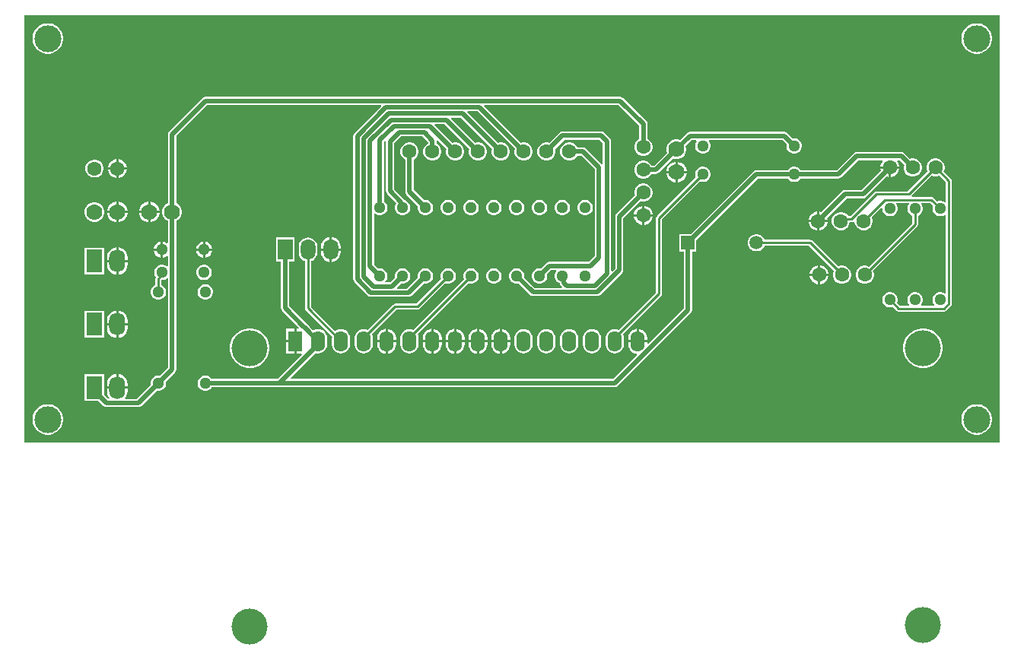
<source format=gbl>
G04*
G04 #@! TF.GenerationSoftware,Altium Limited,Altium Designer,21.9.2 (33)*
G04*
G04 Layer_Physical_Order=2*
G04 Layer_Color=16711680*
%FSTAX24Y24*%
%MOIN*%
G70*
G04*
G04 #@! TF.SameCoordinates,A68203B9-CA12-4FF3-9F36-A0A22A6ADD5B*
G04*
G04*
G04 #@! TF.FilePolarity,Positive*
G04*
G01*
G75*
%ADD13C,0.0100*%
%ADD24C,0.0591*%
%ADD33C,0.0197*%
%ADD35C,0.0630*%
%ADD36C,0.1181*%
%ADD37C,0.0512*%
%ADD38R,0.0700X0.1000*%
%ADD39O,0.0700X0.1000*%
%ADD40C,0.0700*%
%ADD41R,0.0591X0.0591*%
%ADD42R,0.0650X0.0900*%
%ADD43O,0.0650X0.0900*%
%ADD44C,0.1575*%
%ADD45R,0.0620X0.0900*%
%ADD46O,0.0620X0.0900*%
G36*
X063474Y010731D02*
X020727D01*
X020727Y029463D01*
X063474D01*
Y010731D01*
D02*
G37*
%LPC*%
G36*
X062516Y029124D02*
X062384D01*
X062255Y029098D01*
X062133Y029047D01*
X062023Y028974D01*
X06193Y028881D01*
X061857Y028771D01*
X061806Y02865D01*
X061781Y02852D01*
Y028388D01*
X061806Y028259D01*
X061857Y028137D01*
X06193Y028028D01*
X062023Y027934D01*
X062133Y027861D01*
X062255Y027811D01*
X062384Y027785D01*
X062516D01*
X062645Y027811D01*
X062767Y027861D01*
X062877Y027934D01*
X06297Y028028D01*
X063043Y028137D01*
X063094Y028259D01*
X063119Y028388D01*
Y02852D01*
X063094Y02865D01*
X063043Y028771D01*
X06297Y028881D01*
X062877Y028974D01*
X062767Y029047D01*
X062645Y029098D01*
X062516Y029124D01*
D02*
G37*
G36*
X021816D02*
X021684D01*
X021555Y029098D01*
X021433Y029047D01*
X021323Y028974D01*
X02123Y028881D01*
X021157Y028771D01*
X021106Y02865D01*
X021081Y02852D01*
Y028388D01*
X021106Y028259D01*
X021157Y028137D01*
X02123Y028028D01*
X021323Y027934D01*
X021433Y027861D01*
X021555Y027811D01*
X021684Y027785D01*
X021816D01*
X021945Y027811D01*
X022067Y027861D01*
X022177Y027934D01*
X02227Y028028D01*
X022343Y028137D01*
X022394Y028259D01*
X022419Y028388D01*
Y02852D01*
X022394Y02865D01*
X022343Y028771D01*
X02227Y028881D01*
X022177Y028974D01*
X022067Y029047D01*
X021945Y029098D01*
X021816Y029124D01*
D02*
G37*
G36*
X054017Y024364D02*
X049883D01*
X049814Y02435D01*
X049755Y024311D01*
X049449Y024004D01*
X049356Y024029D01*
X049244D01*
X049135Y024D01*
X049037Y023943D01*
X048957Y023863D01*
X0489Y023765D01*
X048871Y023656D01*
Y023544D01*
X048896Y023451D01*
X04833Y022885D01*
X0482D01*
X048165Y022946D01*
X048092Y023019D01*
X048002Y023071D01*
X047902Y023098D01*
X047798D01*
X047698Y023071D01*
X047608Y023019D01*
X047535Y022946D01*
X047483Y022856D01*
X047456Y022756D01*
Y022653D01*
X047483Y022552D01*
X047535Y022463D01*
X047608Y022389D01*
X047698Y022337D01*
X047798Y022311D01*
X047902D01*
X048002Y022337D01*
X048092Y022389D01*
X048165Y022463D01*
X0482Y022524D01*
X048404D01*
X048473Y022537D01*
X048532Y022577D01*
X049151Y023196D01*
X049244Y023171D01*
X049356D01*
X049465Y0232D01*
X049563Y023257D01*
X049643Y023337D01*
X0497Y023435D01*
X049729Y023544D01*
Y023656D01*
X049704Y023749D01*
X049958Y024002D01*
X050164D01*
X050174Y023979D01*
X05018Y023952D01*
X050138Y023879D01*
X050115Y023794D01*
Y023706D01*
X050138Y023621D01*
X050182Y023545D01*
X050245Y023482D01*
X050321Y023438D01*
X050406Y023415D01*
X050494D01*
X050579Y023438D01*
X050655Y023482D01*
X050718Y023545D01*
X050762Y023621D01*
X050785Y023706D01*
Y023794D01*
X050762Y023879D01*
X05072Y023952D01*
X050726Y023979D01*
X050736Y024002D01*
X053942D01*
X054123Y023822D01*
X054115Y023794D01*
Y023706D01*
X054138Y023621D01*
X054182Y023545D01*
X054245Y023482D01*
X054321Y023438D01*
X054406Y023415D01*
X054494D01*
X054579Y023438D01*
X054655Y023482D01*
X054718Y023545D01*
X054762Y023621D01*
X054785Y023706D01*
Y023794D01*
X054762Y023879D01*
X054718Y023955D01*
X054655Y024018D01*
X054579Y024062D01*
X054494Y024085D01*
X054406D01*
X054378Y024077D01*
X054145Y024311D01*
X054086Y02435D01*
X054017Y024364D01*
D02*
G37*
G36*
X046837Y025898D02*
X028663D01*
X028594Y025885D01*
X028536Y025846D01*
X027072Y024382D01*
X027033Y024323D01*
X027019Y024254D01*
Y021241D01*
X026937Y021193D01*
X026857Y021113D01*
X0268Y021015D01*
X026771Y020906D01*
Y020794D01*
X0268Y020685D01*
X026857Y020587D01*
X026937Y020507D01*
X027019Y020459D01*
Y019499D01*
X026973Y01948D01*
X026969Y019485D01*
X026887Y019532D01*
X0268Y019555D01*
Y0192D01*
Y018845D01*
X026887Y018868D01*
X026969Y018915D01*
X026973Y01892D01*
X027019Y018901D01*
Y018475D01*
X026969Y018454D01*
X026955Y018468D01*
X026879Y018512D01*
X026794Y018535D01*
X026706D01*
X026621Y018512D01*
X026545Y018468D01*
X026482Y018405D01*
X026438Y018329D01*
X026415Y018244D01*
Y018156D01*
X026438Y018071D01*
X026482Y017995D01*
X026482Y017994D01*
X026479Y017989D01*
X026469Y017939D01*
Y017661D01*
X026395Y017618D01*
X026332Y017555D01*
X026288Y017479D01*
X026265Y017394D01*
Y017306D01*
X026288Y017221D01*
X026332Y017145D01*
X026395Y017082D01*
X026471Y017038D01*
X026556Y017015D01*
X026644D01*
X026729Y017038D01*
X026805Y017082D01*
X026868Y017145D01*
X026912Y017221D01*
X026935Y017306D01*
Y017394D01*
X026912Y017479D01*
X026868Y017555D01*
X026805Y017618D01*
X026731Y017661D01*
Y017865D01*
X026794D01*
X026879Y017888D01*
X026955Y017932D01*
X026969Y017946D01*
X027019Y017925D01*
Y014025D01*
X026672Y013677D01*
X026644Y013685D01*
X026556D01*
X026471Y013662D01*
X026395Y013618D01*
X026332Y013555D01*
X026288Y013479D01*
X026265Y013394D01*
Y013306D01*
X026273Y013278D01*
X025648Y012653D01*
X025164D01*
X02514Y012703D01*
X025193Y012773D01*
X025238Y012883D01*
X025254Y013D01*
Y0131D01*
X024346D01*
Y013D01*
X024362Y012883D01*
X024407Y012773D01*
X024449Y012718D01*
X024427Y012669D01*
X02439Y012665D01*
X024229Y012827D01*
Y013729D01*
X023371D01*
Y012571D01*
X023973D01*
X024199Y012345D01*
X024258Y012306D01*
X024327Y012292D01*
X025723D01*
X025792Y012306D01*
X025851Y012345D01*
X026528Y013023D01*
X026556Y013015D01*
X026644D01*
X026729Y013038D01*
X026805Y013082D01*
X026868Y013145D01*
X026912Y013221D01*
X026935Y013306D01*
Y013394D01*
X026927Y013422D01*
X027328Y013822D01*
X027367Y013881D01*
X027381Y01395D01*
Y020459D01*
X027463Y020507D01*
X027543Y020587D01*
X0276Y020685D01*
X027629Y020794D01*
Y020906D01*
X0276Y021015D01*
X027543Y021113D01*
X027463Y021193D01*
X027381Y021241D01*
Y02418D01*
X028738Y025537D01*
X036343D01*
X036362Y025491D01*
X035188Y024317D01*
X035149Y024258D01*
X035135Y024189D01*
Y017899D01*
X035149Y01783D01*
X035188Y017771D01*
X035777Y017183D01*
X035835Y017143D01*
X035904Y01713D01*
X03756D01*
X037629Y017143D01*
X037688Y017183D01*
X038228Y017723D01*
X038256Y017715D01*
X038344D01*
X038429Y017738D01*
X038505Y017782D01*
X038568Y017845D01*
X038612Y017921D01*
X038635Y018006D01*
Y018094D01*
X038612Y018179D01*
X038568Y018255D01*
X038505Y018318D01*
X038429Y018362D01*
X038344Y018385D01*
X038256D01*
X038171Y018362D01*
X038095Y018318D01*
X038032Y018255D01*
X037988Y018179D01*
X037965Y018094D01*
Y018006D01*
X037973Y017978D01*
X037485Y017491D01*
X037062D01*
X037043Y017537D01*
X037228Y017723D01*
X037256Y017715D01*
X037344D01*
X037429Y017738D01*
X037505Y017782D01*
X037568Y017845D01*
X037612Y017921D01*
X037635Y018006D01*
Y018094D01*
X037612Y018179D01*
X037568Y018255D01*
X037505Y018318D01*
X037429Y018362D01*
X037344Y018385D01*
X037256D01*
X037171Y018362D01*
X037095Y018318D01*
X037032Y018255D01*
X036988Y018179D01*
X036965Y018094D01*
Y018006D01*
X036973Y017978D01*
X036761Y017767D01*
X03656D01*
X03654Y017817D01*
X036568Y017845D01*
X036612Y017921D01*
X036635Y018006D01*
Y018094D01*
X036612Y018179D01*
X036568Y018255D01*
X036505Y018318D01*
X036429Y018362D01*
X036344Y018385D01*
X036256D01*
X036228Y018377D01*
X036048Y018558D01*
Y020764D01*
X036071Y020774D01*
X036098Y02078D01*
X036171Y020738D01*
X036256Y020715D01*
X036344D01*
X036429Y020738D01*
X036505Y020782D01*
X036568Y020845D01*
X036612Y020921D01*
X036635Y021006D01*
Y021094D01*
X036612Y021179D01*
X036568Y021255D01*
X036505Y021318D01*
X036481Y021332D01*
Y02393D01*
X03652Y023969D01*
X036566Y023944D01*
X036565Y02394D01*
Y021781D01*
X036579Y021712D01*
X036618Y021653D01*
X037026Y021245D01*
X036988Y021179D01*
X036965Y021094D01*
Y021006D01*
X036988Y020921D01*
X037032Y020845D01*
X037095Y020782D01*
X037171Y020738D01*
X037256Y020715D01*
X037344D01*
X037429Y020738D01*
X037505Y020782D01*
X037568Y020845D01*
X037612Y020921D01*
X037635Y021006D01*
Y021094D01*
X037612Y021179D01*
X037568Y021255D01*
X037505Y021318D01*
X037429Y021362D01*
X037397Y02137D01*
X037367Y021415D01*
X036926Y021856D01*
Y023865D01*
X03722Y024159D01*
X038171D01*
X038419Y023911D01*
Y023855D01*
X038358Y023819D01*
X038285Y023746D01*
X038233Y023656D01*
X038206Y023556D01*
Y023453D01*
X038233Y023352D01*
X038285Y023263D01*
X038358Y023189D01*
X038448Y023137D01*
X038548Y023111D01*
X038652D01*
X038752Y023137D01*
X038842Y023189D01*
X038915Y023263D01*
X038967Y023352D01*
X038994Y023453D01*
Y023556D01*
X038967Y023656D01*
X038915Y023746D01*
X038842Y023819D01*
X038781Y023855D01*
Y023985D01*
X038779Y023995D01*
X038825Y02402D01*
X039224Y023621D01*
X039206Y023556D01*
Y023453D01*
X039233Y023352D01*
X039285Y023263D01*
X039358Y023189D01*
X039448Y023137D01*
X039548Y023111D01*
X039652D01*
X039752Y023137D01*
X039842Y023189D01*
X039915Y023263D01*
X039967Y023352D01*
X039994Y023453D01*
Y023556D01*
X039967Y023656D01*
X039915Y023746D01*
X039842Y023819D01*
X039752Y023871D01*
X039652Y023898D01*
X039548D01*
X039477Y023879D01*
X038691Y024664D01*
X03871Y02471D01*
X039134D01*
X040224Y023621D01*
X040206Y023556D01*
Y023453D01*
X040233Y023352D01*
X040285Y023263D01*
X040358Y023189D01*
X040448Y023137D01*
X040548Y023111D01*
X040652D01*
X040752Y023137D01*
X040842Y023189D01*
X040915Y023263D01*
X040967Y023352D01*
X040994Y023453D01*
Y023556D01*
X040967Y023656D01*
X040915Y023746D01*
X040842Y023819D01*
X040752Y023871D01*
X040652Y023898D01*
X040548D01*
X040477Y023879D01*
X039416Y02494D01*
X039435Y024986D01*
X039859D01*
X041224Y023621D01*
X041206Y023556D01*
Y023453D01*
X041233Y023352D01*
X041285Y023263D01*
X041358Y023189D01*
X041448Y023137D01*
X041548Y023111D01*
X041652D01*
X041752Y023137D01*
X041842Y023189D01*
X041915Y023263D01*
X041967Y023352D01*
X041994Y023453D01*
Y023556D01*
X041967Y023656D01*
X041915Y023746D01*
X041842Y023819D01*
X041752Y023871D01*
X041652Y023898D01*
X041548D01*
X041477Y023879D01*
X04014Y025215D01*
X040159Y025262D01*
X040583D01*
X042224Y023621D01*
X042206Y023556D01*
Y023453D01*
X042233Y023352D01*
X042285Y023263D01*
X042358Y023189D01*
X042448Y023137D01*
X042548Y023111D01*
X042652D01*
X042752Y023137D01*
X042842Y023189D01*
X042915Y023263D01*
X042967Y023352D01*
X042994Y023453D01*
Y023556D01*
X042967Y023656D01*
X042915Y023746D01*
X042842Y023819D01*
X042752Y023871D01*
X042652Y023898D01*
X042548D01*
X042477Y023879D01*
X040865Y025491D01*
X040884Y025537D01*
X046762D01*
X047669Y02463D01*
Y024055D01*
X047608Y024019D01*
X047535Y023946D01*
X047483Y023856D01*
X047456Y023756D01*
Y023653D01*
X047483Y023552D01*
X047535Y023463D01*
X047608Y023389D01*
X047698Y023337D01*
X047798Y023311D01*
X047902D01*
X048002Y023337D01*
X048092Y023389D01*
X048165Y023463D01*
X048217Y023552D01*
X048244Y023653D01*
Y023756D01*
X048217Y023856D01*
X048165Y023946D01*
X048092Y024019D01*
X048031Y024055D01*
Y024704D01*
X048017Y024773D01*
X047978Y024832D01*
X046964Y025846D01*
X046906Y025885D01*
X046837Y025898D01*
D02*
G37*
G36*
X046Y024385D02*
X044304D01*
X044235Y024371D01*
X044177Y024332D01*
X043723Y023879D01*
X043652Y023898D01*
X043548D01*
X043448Y023871D01*
X043358Y023819D01*
X043285Y023746D01*
X043233Y023656D01*
X043206Y023556D01*
Y023453D01*
X043233Y023352D01*
X043285Y023263D01*
X043358Y023189D01*
X043448Y023137D01*
X043548Y023111D01*
X043652D01*
X043752Y023137D01*
X043842Y023189D01*
X043915Y023263D01*
X043967Y023352D01*
X043994Y023453D01*
Y023556D01*
X043976Y023621D01*
X044379Y024024D01*
X045925D01*
X046069Y02388D01*
Y02296D01*
X046052Y022948D01*
X046019Y02294D01*
X045332Y023628D01*
X045273Y023667D01*
X045204Y023681D01*
X044953D01*
X044915Y023746D01*
X044842Y023819D01*
X044752Y023871D01*
X044652Y023898D01*
X044548D01*
X044448Y023871D01*
X044358Y023819D01*
X044285Y023746D01*
X044233Y023656D01*
X044206Y023556D01*
Y023453D01*
X044233Y023352D01*
X044285Y023263D01*
X044358Y023189D01*
X044448Y023137D01*
X044548Y023111D01*
X044652D01*
X044752Y023137D01*
X044842Y023189D01*
X044915Y023263D01*
X044948Y023319D01*
X04513D01*
X045719Y02273D01*
Y018929D01*
X045454Y018664D01*
X043733D01*
X043664Y01865D01*
X043605Y018611D01*
X043372Y018377D01*
X043344Y018385D01*
X043256D01*
X043171Y018362D01*
X043095Y018318D01*
X043032Y018255D01*
X042988Y018179D01*
X042965Y018094D01*
Y018006D01*
X042988Y017921D01*
X043032Y017845D01*
X043095Y017782D01*
X043171Y017738D01*
X043256Y017715D01*
X043344D01*
X043429Y017738D01*
X043505Y017782D01*
X043568Y017845D01*
X043612Y017921D01*
X043635Y018006D01*
Y018094D01*
X043627Y018122D01*
X043808Y018302D01*
X044014D01*
X044024Y018279D01*
X04403Y018252D01*
X043988Y018179D01*
X043965Y018094D01*
Y018006D01*
X043988Y017921D01*
X044032Y017845D01*
X044095Y017782D01*
X044171Y017738D01*
X044181Y017736D01*
X044193Y017671D01*
X044233Y017612D01*
X044277Y017568D01*
X044258Y017522D01*
X043083D01*
X042627Y017978D01*
X042635Y018006D01*
Y018094D01*
X042612Y018179D01*
X042568Y018255D01*
X042505Y018318D01*
X042429Y018362D01*
X042344Y018385D01*
X042256D01*
X042171Y018362D01*
X042095Y018318D01*
X042032Y018255D01*
X041988Y018179D01*
X041965Y018094D01*
Y018006D01*
X041988Y017921D01*
X042032Y017845D01*
X042095Y017782D01*
X042171Y017738D01*
X042256Y017715D01*
X042344D01*
X042372Y017723D01*
X042881Y017214D01*
X04294Y017174D01*
X043009Y017161D01*
X045827D01*
X045896Y017174D01*
X045954Y017214D01*
X046918Y018177D01*
X046957Y018236D01*
X046971Y018305D01*
Y02057D01*
X04773Y021329D01*
X047798Y021311D01*
X047902D01*
X048002Y021337D01*
X048092Y021389D01*
X048165Y021463D01*
X048217Y021552D01*
X048244Y021653D01*
Y021756D01*
X048217Y021856D01*
X048165Y021946D01*
X048092Y022019D01*
X048002Y022071D01*
X047902Y022098D01*
X047798D01*
X047698Y022071D01*
X047608Y022019D01*
X047535Y021946D01*
X047483Y021856D01*
X047456Y021756D01*
Y021653D01*
X047475Y021584D01*
X046663Y020772D01*
X046623Y020714D01*
X04661Y020645D01*
Y01838D01*
X046477Y018247D01*
X046431Y018266D01*
Y023954D01*
X046417Y024023D01*
X046378Y024082D01*
X046128Y024332D01*
X046069Y024371D01*
X046Y024385D01*
D02*
G37*
G36*
X024855Y023169D02*
X02485D01*
Y022804D01*
X025215D01*
Y022809D01*
X025187Y022915D01*
X025132Y023009D01*
X025055Y023086D01*
X02496Y023141D01*
X024855Y023169D01*
D02*
G37*
G36*
X02475D02*
X024745D01*
X02464Y023141D01*
X024545Y023086D01*
X024468Y023009D01*
X024413Y022915D01*
X024385Y022809D01*
Y022804D01*
X02475D01*
Y023169D01*
D02*
G37*
G36*
X049359Y02305D02*
X04935D01*
Y02265D01*
X04975D01*
Y022659D01*
X049719Y022774D01*
X04966Y022876D01*
X049576Y02296D01*
X049474Y023019D01*
X049359Y02305D01*
D02*
G37*
G36*
X04925D02*
X049241D01*
X049126Y023019D01*
X049024Y02296D01*
X04894Y022876D01*
X048881Y022774D01*
X04885Y022659D01*
Y02265D01*
X04925D01*
Y02305D01*
D02*
G37*
G36*
X059158Y023473D02*
X057184D01*
X057115Y023459D01*
X057056Y02342D01*
X056317Y022681D01*
X054732D01*
X054718Y022705D01*
X054655Y022768D01*
X054579Y022812D01*
X054494Y022835D01*
X054406D01*
X054321Y022812D01*
X054245Y022768D01*
X054182Y022705D01*
X054168Y022681D01*
X052805D01*
X052736Y022667D01*
X052677Y022628D01*
X049919Y019869D01*
X049426D01*
Y019121D01*
X049619D01*
Y016631D01*
X048064Y015075D01*
X048014Y015096D01*
Y015135D01*
X047186D01*
Y015045D01*
X047201Y014938D01*
X047242Y014838D01*
X047308Y014753D01*
X047393Y014687D01*
X047493Y014646D01*
X047555Y014637D01*
X047573Y014585D01*
X046519Y013531D01*
X032406D01*
X032387Y013577D01*
X033483Y014673D01*
X033499Y014666D01*
X0336Y014653D01*
X033701Y014666D01*
X033796Y014705D01*
X033877Y014768D01*
X03394Y014849D01*
X033979Y014944D01*
X033992Y015045D01*
Y015325D01*
X033979Y015426D01*
X03394Y015521D01*
X033877Y015602D01*
X033796Y015665D01*
X033701Y015704D01*
X0336Y015717D01*
X033499Y015704D01*
X033404Y015665D01*
X033388Y015652D01*
X033236Y015804D01*
X033215Y015836D01*
X033111Y01594D01*
X033079Y015961D01*
X032331Y01671D01*
Y018671D01*
X032554D01*
Y019729D01*
X031746D01*
Y018671D01*
X031969D01*
Y016635D01*
X031983Y016566D01*
X032022Y016507D01*
X032748Y015781D01*
X032729Y015735D01*
X03265D01*
Y015185D01*
Y014635D01*
X032869D01*
X032888Y014589D01*
X03183Y013531D01*
X028932D01*
X028918Y013555D01*
X028855Y013618D01*
X028779Y013662D01*
X028694Y013685D01*
X028606D01*
X028521Y013662D01*
X028445Y013618D01*
X028382Y013555D01*
X028338Y013479D01*
X028315Y013394D01*
Y013306D01*
X028338Y013221D01*
X028382Y013145D01*
X028445Y013082D01*
X028521Y013038D01*
X028606Y013015D01*
X028694D01*
X028779Y013038D01*
X028855Y013082D01*
X028918Y013145D01*
X028932Y013169D01*
X046594D01*
X046663Y013183D01*
X046722Y013222D01*
X049928Y016428D01*
X049967Y016487D01*
X049981Y016556D01*
Y019121D01*
X050174D01*
Y019614D01*
X05288Y022319D01*
X054168D01*
X054182Y022295D01*
X054245Y022232D01*
X054321Y022188D01*
X054406Y022165D01*
X054494D01*
X054579Y022188D01*
X054655Y022232D01*
X054718Y022295D01*
X054732Y022319D01*
X056392D01*
X056461Y022333D01*
X05652Y022372D01*
X057259Y023111D01*
X058309D01*
X058328Y023065D01*
X058318Y023055D01*
X058263Y02296D01*
X058235Y022855D01*
Y02285D01*
X05865D01*
X059065D01*
Y022855D01*
X059037Y02296D01*
X058982Y023055D01*
X058972Y023065D01*
X058991Y023111D01*
X059083D01*
X059275Y02292D01*
X059256Y022852D01*
Y022748D01*
X059283Y022648D01*
X059335Y022558D01*
X059408Y022485D01*
X059498Y022433D01*
X059598Y022406D01*
X059702D01*
X059802Y022433D01*
X059892Y022485D01*
X059965Y022558D01*
X060017Y022648D01*
X060044Y022748D01*
Y022852D01*
X060017Y022952D01*
X059965Y023042D01*
X059892Y023115D01*
X059802Y023167D01*
X059702Y023194D01*
X059598D01*
X05953Y023175D01*
X059286Y02342D01*
X059227Y023459D01*
X059158Y023473D01*
D02*
G37*
G36*
X059065Y02275D02*
X0587D01*
Y022385D01*
X058705D01*
X05881Y022413D01*
X058905Y022468D01*
X058982Y022545D01*
X059037Y02264D01*
X059065Y022745D01*
Y02275D01*
D02*
G37*
G36*
X0586D02*
X058235D01*
Y022745D01*
X058257Y022663D01*
X0574Y021806D01*
X056675D01*
X056606Y021792D01*
X056547Y021753D01*
X055637Y020843D01*
X055555Y020865D01*
X05555D01*
Y0205D01*
X055915D01*
Y020505D01*
X055893Y020587D01*
X05675Y021444D01*
X057475D01*
X057544Y021458D01*
X057603Y021497D01*
X058513Y022407D01*
X058595Y022385D01*
X0586D01*
Y02275D01*
D02*
G37*
G36*
X023852Y023148D02*
X023748D01*
X023648Y023121D01*
X023558Y023069D01*
X023485Y022996D01*
X023433Y022906D01*
X023406Y022806D01*
Y022703D01*
X023433Y022602D01*
X023485Y022513D01*
X023558Y022439D01*
X023648Y022387D01*
X023748Y022361D01*
X023852D01*
X023952Y022387D01*
X024042Y022439D01*
X024115Y022513D01*
X024167Y022602D01*
X024194Y022703D01*
Y022806D01*
X024167Y022906D01*
X024115Y022996D01*
X024042Y023069D01*
X023952Y023121D01*
X023852Y023148D01*
D02*
G37*
G36*
X025215Y022704D02*
X02485D01*
Y022339D01*
X024855D01*
X02496Y022368D01*
X025055Y022422D01*
X025132Y0225D01*
X025187Y022594D01*
X025215Y0227D01*
Y022704D01*
D02*
G37*
G36*
X02475D02*
X024385D01*
Y0227D01*
X024413Y022594D01*
X024468Y0225D01*
X024545Y022422D01*
X02464Y022368D01*
X024745Y022339D01*
X02475D01*
Y022704D01*
D02*
G37*
G36*
X050494Y022835D02*
X050406D01*
X050321Y022812D01*
X050245Y022768D01*
X050182Y022705D01*
X050138Y022629D01*
X050115Y022544D01*
Y022456D01*
X050138Y022373D01*
X048443Y020678D01*
X048414Y020636D01*
X048404Y020585D01*
Y017315D01*
X046766Y015677D01*
X046701Y015704D01*
X0466Y015717D01*
X046499Y015704D01*
X046404Y015665D01*
X046323Y015602D01*
X04626Y015521D01*
X046221Y015426D01*
X046208Y015325D01*
Y015045D01*
X046221Y014944D01*
X04626Y014849D01*
X046323Y014768D01*
X046404Y014705D01*
X046499Y014666D01*
X0466Y014653D01*
X046701Y014666D01*
X046796Y014705D01*
X046877Y014768D01*
X04694Y014849D01*
X046979Y014944D01*
X046992Y015045D01*
Y015325D01*
X046979Y015426D01*
X046952Y015491D01*
X048628Y017168D01*
X048657Y01721D01*
X048667Y01726D01*
Y020531D01*
X050323Y022188D01*
X050406Y022165D01*
X050494D01*
X050579Y022188D01*
X050655Y022232D01*
X050718Y022295D01*
X050762Y022371D01*
X050785Y022456D01*
Y022544D01*
X050762Y022629D01*
X050718Y022705D01*
X050655Y022768D01*
X050579Y022812D01*
X050494Y022835D01*
D02*
G37*
G36*
X04975Y02255D02*
X04935D01*
Y02215D01*
X049359D01*
X049474Y022181D01*
X049576Y02224D01*
X04966Y022324D01*
X049719Y022426D01*
X04975Y022541D01*
Y02255D01*
D02*
G37*
G36*
X04925D02*
X04885D01*
Y022541D01*
X048881Y022426D01*
X04894Y022324D01*
X049024Y02224D01*
X049126Y022181D01*
X049241Y02215D01*
X04925D01*
Y02255D01*
D02*
G37*
G36*
X024859Y0213D02*
X02485D01*
Y0209D01*
X02525D01*
Y020909D01*
X025219Y021024D01*
X02516Y021126D01*
X025076Y02121D01*
X024974Y021269D01*
X024859Y0213D01*
D02*
G37*
G36*
X026259D02*
X02625D01*
Y0209D01*
X02665D01*
Y020909D01*
X026619Y021024D01*
X02656Y021126D01*
X026476Y02121D01*
X026374Y021269D01*
X026259Y0213D01*
D02*
G37*
G36*
X02615D02*
X026141D01*
X026026Y021269D01*
X025924Y02121D01*
X02584Y021126D01*
X025781Y021024D01*
X02575Y020909D01*
Y0209D01*
X02615D01*
Y0213D01*
D02*
G37*
G36*
X02475D02*
X024741D01*
X024626Y021269D01*
X024524Y02121D01*
X02444Y021126D01*
X024381Y021024D01*
X02435Y020909D01*
Y0209D01*
X02475D01*
Y0213D01*
D02*
G37*
G36*
X047905Y021119D02*
X0479D01*
Y020754D01*
X048265D01*
Y020759D01*
X048237Y020865D01*
X048182Y020959D01*
X048105Y021036D01*
X04801Y021091D01*
X047905Y021119D01*
D02*
G37*
G36*
X0478D02*
X047795D01*
X04769Y021091D01*
X047595Y021036D01*
X047518Y020959D01*
X047463Y020865D01*
X047435Y020759D01*
Y020754D01*
X0478D01*
Y021119D01*
D02*
G37*
G36*
X045344Y021385D02*
X045256D01*
X045171Y021362D01*
X045095Y021318D01*
X045032Y021255D01*
X044988Y021179D01*
X044965Y021094D01*
Y021006D01*
X044988Y020921D01*
X045032Y020845D01*
X045095Y020782D01*
X045171Y020738D01*
X045256Y020715D01*
X045344D01*
X045429Y020738D01*
X045505Y020782D01*
X045568Y020845D01*
X045612Y020921D01*
X045635Y021006D01*
Y021094D01*
X045612Y021179D01*
X045568Y021255D01*
X045505Y021318D01*
X045429Y021362D01*
X045344Y021385D01*
D02*
G37*
G36*
X044344D02*
X044256D01*
X044171Y021362D01*
X044095Y021318D01*
X044032Y021255D01*
X043988Y021179D01*
X043965Y021094D01*
Y021006D01*
X043988Y020921D01*
X044032Y020845D01*
X044095Y020782D01*
X044171Y020738D01*
X044256Y020715D01*
X044344D01*
X044429Y020738D01*
X044505Y020782D01*
X044568Y020845D01*
X044612Y020921D01*
X044635Y021006D01*
Y021094D01*
X044612Y021179D01*
X044568Y021255D01*
X044505Y021318D01*
X044429Y021362D01*
X044344Y021385D01*
D02*
G37*
G36*
X043344D02*
X043256D01*
X043171Y021362D01*
X043095Y021318D01*
X043032Y021255D01*
X042988Y021179D01*
X042965Y021094D01*
Y021006D01*
X042988Y020921D01*
X043032Y020845D01*
X043095Y020782D01*
X043171Y020738D01*
X043256Y020715D01*
X043344D01*
X043429Y020738D01*
X043505Y020782D01*
X043568Y020845D01*
X043612Y020921D01*
X043635Y021006D01*
Y021094D01*
X043612Y021179D01*
X043568Y021255D01*
X043505Y021318D01*
X043429Y021362D01*
X043344Y021385D01*
D02*
G37*
G36*
X042344D02*
X042256D01*
X042171Y021362D01*
X042095Y021318D01*
X042032Y021255D01*
X041988Y021179D01*
X041965Y021094D01*
Y021006D01*
X041988Y020921D01*
X042032Y020845D01*
X042095Y020782D01*
X042171Y020738D01*
X042256Y020715D01*
X042344D01*
X042429Y020738D01*
X042505Y020782D01*
X042568Y020845D01*
X042612Y020921D01*
X042635Y021006D01*
Y021094D01*
X042612Y021179D01*
X042568Y021255D01*
X042505Y021318D01*
X042429Y021362D01*
X042344Y021385D01*
D02*
G37*
G36*
X041344D02*
X041256D01*
X041171Y021362D01*
X041095Y021318D01*
X041032Y021255D01*
X040988Y021179D01*
X040965Y021094D01*
Y021006D01*
X040988Y020921D01*
X041032Y020845D01*
X041095Y020782D01*
X041171Y020738D01*
X041256Y020715D01*
X041344D01*
X041429Y020738D01*
X041505Y020782D01*
X041568Y020845D01*
X041612Y020921D01*
X041635Y021006D01*
Y021094D01*
X041612Y021179D01*
X041568Y021255D01*
X041505Y021318D01*
X041429Y021362D01*
X041344Y021385D01*
D02*
G37*
G36*
X040344D02*
X040256D01*
X040171Y021362D01*
X040095Y021318D01*
X040032Y021255D01*
X039988Y021179D01*
X039965Y021094D01*
Y021006D01*
X039988Y020921D01*
X040032Y020845D01*
X040095Y020782D01*
X040171Y020738D01*
X040256Y020715D01*
X040344D01*
X040429Y020738D01*
X040505Y020782D01*
X040568Y020845D01*
X040612Y020921D01*
X040635Y021006D01*
Y021094D01*
X040612Y021179D01*
X040568Y021255D01*
X040505Y021318D01*
X040429Y021362D01*
X040344Y021385D01*
D02*
G37*
G36*
X039344D02*
X039256D01*
X039171Y021362D01*
X039095Y021318D01*
X039032Y021255D01*
X038988Y021179D01*
X038965Y021094D01*
Y021006D01*
X038988Y020921D01*
X039032Y020845D01*
X039095Y020782D01*
X039171Y020738D01*
X039256Y020715D01*
X039344D01*
X039429Y020738D01*
X039505Y020782D01*
X039568Y020845D01*
X039612Y020921D01*
X039635Y021006D01*
Y021094D01*
X039612Y021179D01*
X039568Y021255D01*
X039505Y021318D01*
X039429Y021362D01*
X039344Y021385D01*
D02*
G37*
G36*
X037652Y023898D02*
X037548D01*
X037448Y023871D01*
X037358Y023819D01*
X037285Y023746D01*
X037233Y023656D01*
X037206Y023556D01*
Y023453D01*
X037233Y023352D01*
X037285Y023263D01*
X037358Y023189D01*
X037419Y023154D01*
Y02175D01*
X037433Y021681D01*
X037472Y021622D01*
X037973Y021122D01*
X037965Y021094D01*
Y021006D01*
X037988Y020921D01*
X038032Y020845D01*
X038095Y020782D01*
X038171Y020738D01*
X038256Y020715D01*
X038344D01*
X038429Y020738D01*
X038505Y020782D01*
X038568Y020845D01*
X038612Y020921D01*
X038635Y021006D01*
Y021094D01*
X038612Y021179D01*
X038568Y021255D01*
X038505Y021318D01*
X038429Y021362D01*
X038344Y021385D01*
X038256D01*
X038228Y021377D01*
X037781Y021825D01*
Y023154D01*
X037842Y023189D01*
X037915Y023263D01*
X037967Y023352D01*
X037994Y023453D01*
Y023556D01*
X037967Y023656D01*
X037915Y023746D01*
X037842Y023819D01*
X037752Y023871D01*
X037652Y023898D01*
D02*
G37*
G36*
X05545Y020865D02*
X055445D01*
X05534Y020837D01*
X055245Y020782D01*
X055168Y020705D01*
X055113Y02061D01*
X055085Y020505D01*
Y0205D01*
X05545D01*
Y020865D01*
D02*
G37*
G36*
X023856Y021279D02*
X023744D01*
X023635Y02125D01*
X023537Y021193D01*
X023457Y021113D01*
X0234Y021015D01*
X023371Y020906D01*
Y020794D01*
X0234Y020685D01*
X023457Y020587D01*
X023537Y020507D01*
X023635Y02045D01*
X023744Y020421D01*
X023856D01*
X023965Y02045D01*
X024063Y020507D01*
X024143Y020587D01*
X0242Y020685D01*
X024229Y020794D01*
Y020906D01*
X0242Y021015D01*
X024143Y021113D01*
X024063Y021193D01*
X023965Y02125D01*
X023856Y021279D01*
D02*
G37*
G36*
X02665Y0208D02*
X02625D01*
Y0204D01*
X026259D01*
X026374Y020431D01*
X026476Y02049D01*
X02656Y020574D01*
X026619Y020676D01*
X02665Y020791D01*
Y0208D01*
D02*
G37*
G36*
X02615D02*
X02575D01*
Y020791D01*
X025781Y020676D01*
X02584Y020574D01*
X025924Y02049D01*
X026026Y020431D01*
X026141Y0204D01*
X02615D01*
Y0208D01*
D02*
G37*
G36*
X02525D02*
X02485D01*
Y0204D01*
X024859D01*
X024974Y020431D01*
X025076Y02049D01*
X02516Y020574D01*
X025219Y020676D01*
X02525Y020791D01*
Y0208D01*
D02*
G37*
G36*
X02475D02*
X02435D01*
Y020791D01*
X024381Y020676D01*
X02444Y020574D01*
X024524Y02049D01*
X024626Y020431D01*
X024741Y0204D01*
X02475D01*
Y0208D01*
D02*
G37*
G36*
X048265Y020654D02*
X0479D01*
Y020289D01*
X047905D01*
X04801Y020318D01*
X048105Y020372D01*
X048182Y02045D01*
X048237Y020544D01*
X048265Y02065D01*
Y020654D01*
D02*
G37*
G36*
X0478D02*
X047435D01*
Y02065D01*
X047463Y020544D01*
X047518Y02045D01*
X047595Y020372D01*
X04769Y020318D01*
X047795Y020289D01*
X0478D01*
Y020654D01*
D02*
G37*
G36*
X055915Y0204D02*
X05555D01*
Y020035D01*
X055555D01*
X05566Y020063D01*
X055755Y020118D01*
X055832Y020195D01*
X055887Y02029D01*
X055915Y020395D01*
Y0204D01*
D02*
G37*
G36*
X05545D02*
X055085D01*
Y020395D01*
X055113Y02029D01*
X055168Y020195D01*
X055245Y020118D01*
X05534Y020063D01*
X055445Y020035D01*
X05545D01*
Y0204D01*
D02*
G37*
G36*
X02865Y019555D02*
Y01925D01*
X028955D01*
X028932Y019337D01*
X028885Y019419D01*
X028819Y019485D01*
X028737Y019532D01*
X02865Y019555D01*
D02*
G37*
G36*
X0342Y019747D02*
Y01925D01*
X034579D01*
Y019325D01*
X034564Y019436D01*
X034521Y019539D01*
X034453Y019628D01*
X034364Y019696D01*
X034261Y019739D01*
X0342Y019747D01*
D02*
G37*
G36*
X0341D02*
X034039Y019739D01*
X033936Y019696D01*
X033847Y019628D01*
X033779Y019539D01*
X033736Y019436D01*
X033721Y019325D01*
Y01925D01*
X0341D01*
Y019747D01*
D02*
G37*
G36*
X02855Y019555D02*
X028463Y019532D01*
X028381Y019485D01*
X028315Y019419D01*
X028268Y019337D01*
X028245Y01925D01*
X02855D01*
Y019555D01*
D02*
G37*
G36*
X0267D02*
X026613Y019532D01*
X026531Y019485D01*
X026465Y019419D01*
X026418Y019337D01*
X026395Y01925D01*
X0267D01*
Y019555D01*
D02*
G37*
G36*
X028955Y01915D02*
X02865D01*
Y018845D01*
X028737Y018868D01*
X028819Y018915D01*
X028885Y018981D01*
X028932Y019063D01*
X028955Y01915D01*
D02*
G37*
G36*
X02855D02*
X028245D01*
X028268Y019063D01*
X028315Y018981D01*
X028381Y018915D01*
X028463Y018868D01*
X02855Y018845D01*
Y01915D01*
D02*
G37*
G36*
X0267D02*
X026395D01*
X026418Y019063D01*
X026465Y018981D01*
X026531Y018915D01*
X026613Y018868D01*
X0267Y018845D01*
Y01915D01*
D02*
G37*
G36*
X02485Y019297D02*
Y01875D01*
X025254D01*
Y01885D01*
X025238Y018967D01*
X025193Y019077D01*
X025121Y019171D01*
X025027Y019243D01*
X024917Y019288D01*
X02485Y019297D01*
D02*
G37*
G36*
X02475D02*
X024683Y019288D01*
X024573Y019243D01*
X024479Y019171D01*
X024407Y019077D01*
X024362Y018967D01*
X024346Y01885D01*
Y01875D01*
X02475D01*
Y019297D01*
D02*
G37*
G36*
X034579Y01915D02*
X0342D01*
Y018653D01*
X034261Y018661D01*
X034364Y018704D01*
X034453Y018772D01*
X034521Y018861D01*
X034564Y018964D01*
X034579Y019075D01*
Y01915D01*
D02*
G37*
G36*
X0341D02*
X033721D01*
Y019075D01*
X033736Y018964D01*
X033779Y018861D01*
X033847Y018772D01*
X033936Y018704D01*
X034039Y018661D01*
X0341Y018653D01*
Y01915D01*
D02*
G37*
G36*
X055605Y018515D02*
X0556D01*
Y01815D01*
X055965D01*
Y018155D01*
X055937Y01826D01*
X055882Y018355D01*
X055805Y018432D01*
X05571Y018487D01*
X055605Y018515D01*
D02*
G37*
G36*
X0555D02*
X055495D01*
X05539Y018487D01*
X055295Y018432D01*
X055218Y018355D01*
X055163Y01826D01*
X055135Y018155D01*
Y01815D01*
X0555D01*
Y018515D01*
D02*
G37*
G36*
X024229Y019279D02*
X023371D01*
Y018121D01*
X024229D01*
Y019279D01*
D02*
G37*
G36*
X025254Y01865D02*
X02485D01*
Y018103D01*
X024917Y018112D01*
X025027Y018157D01*
X025121Y018229D01*
X025193Y018323D01*
X025238Y018433D01*
X025254Y01855D01*
Y01865D01*
D02*
G37*
G36*
X02475D02*
X024346D01*
Y01855D01*
X024362Y018433D01*
X024407Y018323D01*
X024479Y018229D01*
X024573Y018157D01*
X024683Y018112D01*
X02475Y018103D01*
Y01865D01*
D02*
G37*
G36*
X028644Y018535D02*
X028556D01*
X028471Y018512D01*
X028395Y018468D01*
X028332Y018405D01*
X028288Y018329D01*
X028265Y018244D01*
Y018156D01*
X028288Y018071D01*
X028332Y017995D01*
X028395Y017932D01*
X028471Y017888D01*
X028556Y017865D01*
X028644D01*
X028729Y017888D01*
X028805Y017932D01*
X028868Y017995D01*
X028912Y018071D01*
X028935Y018156D01*
Y018244D01*
X028912Y018329D01*
X028868Y018405D01*
X028805Y018468D01*
X028729Y018512D01*
X028644Y018535D01*
D02*
G37*
G36*
X041344Y018385D02*
X041256D01*
X041171Y018362D01*
X041095Y018318D01*
X041032Y018255D01*
X040988Y018179D01*
X040965Y018094D01*
Y018006D01*
X040988Y017921D01*
X041032Y017845D01*
X041095Y017782D01*
X041171Y017738D01*
X041256Y017715D01*
X041344D01*
X041429Y017738D01*
X041505Y017782D01*
X041568Y017845D01*
X041612Y017921D01*
X041635Y018006D01*
Y018094D01*
X041612Y018179D01*
X041568Y018255D01*
X041505Y018318D01*
X041429Y018362D01*
X041344Y018385D01*
D02*
G37*
G36*
X040344D02*
X040256D01*
X040171Y018362D01*
X040095Y018318D01*
X040032Y018255D01*
X039988Y018179D01*
X039965Y018094D01*
Y018006D01*
X039988Y017921D01*
X039992Y017915D01*
X037757Y015681D01*
X037701Y015704D01*
X0376Y015717D01*
X037499Y015704D01*
X037404Y015665D01*
X037323Y015602D01*
X03726Y015521D01*
X037221Y015426D01*
X037208Y015325D01*
Y015045D01*
X037221Y014944D01*
X03726Y014849D01*
X037323Y014768D01*
X037404Y014705D01*
X037499Y014666D01*
X0376Y014653D01*
X037701Y014666D01*
X037796Y014705D01*
X037877Y014768D01*
X03794Y014849D01*
X037979Y014944D01*
X037992Y015045D01*
Y015325D01*
X037979Y015426D01*
X037948Y0155D01*
X040183Y017735D01*
X040256Y017715D01*
X040344D01*
X040429Y017738D01*
X040505Y017782D01*
X040568Y017845D01*
X040612Y017921D01*
X040635Y018006D01*
Y018094D01*
X040612Y018179D01*
X040568Y018255D01*
X040505Y018318D01*
X040429Y018362D01*
X040344Y018385D01*
D02*
G37*
G36*
X039344D02*
X039256D01*
X039171Y018362D01*
X039095Y018318D01*
X039032Y018255D01*
X038988Y018179D01*
X038965Y018094D01*
Y018006D01*
X038988Y017923D01*
X037893Y016829D01*
X036973D01*
X036923Y016819D01*
X03688Y016791D01*
X035766Y015677D01*
X035701Y015704D01*
X0356Y015717D01*
X035499Y015704D01*
X035404Y015665D01*
X035323Y015602D01*
X03526Y015521D01*
X035221Y015426D01*
X035208Y015325D01*
Y015045D01*
X035221Y014944D01*
X03526Y014849D01*
X035323Y014768D01*
X035404Y014705D01*
X035499Y014666D01*
X0356Y014653D01*
X035701Y014666D01*
X035796Y014705D01*
X035877Y014768D01*
X03594Y014849D01*
X035979Y014944D01*
X035992Y015045D01*
Y015325D01*
X035979Y015426D01*
X035952Y015491D01*
X037027Y016567D01*
X037948D01*
X037998Y016577D01*
X038041Y016605D01*
X039173Y017738D01*
X039256Y017715D01*
X039344D01*
X039429Y017738D01*
X039505Y017782D01*
X039568Y017845D01*
X039612Y017921D01*
X039635Y018006D01*
Y018094D01*
X039612Y018179D01*
X039568Y018255D01*
X039505Y018318D01*
X039429Y018362D01*
X039344Y018385D01*
D02*
G37*
G36*
X052849Y019874D02*
X052751D01*
X052656Y019849D01*
X05257Y019799D01*
X052501Y01973D01*
X052451Y019644D01*
X052426Y019549D01*
Y019451D01*
X052451Y019356D01*
X052501Y01927D01*
X05257Y019201D01*
X052656Y019151D01*
X052751Y019126D01*
X052849D01*
X052944Y019151D01*
X05303Y019201D01*
X053099Y01927D01*
X053149Y019356D01*
X053152Y019369D01*
X055096D01*
X056194Y018271D01*
X056183Y018252D01*
X056156Y018152D01*
Y018048D01*
X056183Y017948D01*
X056235Y017858D01*
X056308Y017785D01*
X056398Y017733D01*
X056498Y017706D01*
X056602D01*
X056702Y017733D01*
X056792Y017785D01*
X056865Y017858D01*
X056917Y017948D01*
X056944Y018048D01*
Y018152D01*
X056917Y018252D01*
X056865Y018342D01*
X056792Y018415D01*
X056702Y018467D01*
X056602Y018494D01*
X056498D01*
X056398Y018467D01*
X056379Y018456D01*
X055243Y019593D01*
X0552Y019621D01*
X05515Y019631D01*
X053152D01*
X053149Y019644D01*
X053099Y01973D01*
X05303Y019799D01*
X052944Y019849D01*
X052849Y019874D01*
D02*
G37*
G36*
X055965Y01805D02*
X0556D01*
Y017685D01*
X055605D01*
X05571Y017713D01*
X055805Y017768D01*
X055882Y017845D01*
X055937Y01794D01*
X055965Y018045D01*
Y01805D01*
D02*
G37*
G36*
X0555D02*
X055135D01*
Y018045D01*
X055163Y01794D01*
X055218Y017845D01*
X055295Y017768D01*
X05539Y017713D01*
X055495Y017685D01*
X0555D01*
Y01805D01*
D02*
G37*
G36*
X060702Y023194D02*
X060598D01*
X060498Y023167D01*
X060408Y023115D01*
X060335Y023042D01*
X060283Y022952D01*
X060256Y022852D01*
Y022748D01*
X060283Y022648D01*
X060294Y022629D01*
X059421Y021756D01*
X058048D01*
X057997Y021746D01*
X057955Y021718D01*
X056911Y020674D01*
X056825D01*
X056815Y020692D01*
X056742Y020765D01*
X056652Y020817D01*
X056552Y020844D01*
X056448D01*
X056348Y020817D01*
X056258Y020765D01*
X056185Y020692D01*
X056133Y020602D01*
X056106Y020502D01*
Y020398D01*
X056133Y020298D01*
X056185Y020208D01*
X056258Y020135D01*
X056348Y020083D01*
X056448Y020056D01*
X056552D01*
X056652Y020083D01*
X056742Y020135D01*
X056815Y020208D01*
X056867Y020298D01*
X056894Y020398D01*
Y020411D01*
X056965D01*
X057015Y020421D01*
X057056Y020449D01*
X057078Y020444D01*
X057106Y020433D01*
Y020398D01*
X057133Y020298D01*
X057185Y020208D01*
X057258Y020135D01*
X057348Y020083D01*
X057448Y020056D01*
X057552D01*
X057652Y020083D01*
X057742Y020135D01*
X057815Y020208D01*
X057867Y020298D01*
X057894Y020398D01*
Y020502D01*
X057867Y020602D01*
X057856Y020621D01*
X058265Y02103D01*
X058315Y021009D01*
Y020956D01*
X058338Y020871D01*
X058382Y020795D01*
X058445Y020732D01*
X058521Y020688D01*
X058606Y020665D01*
X058694D01*
X058779Y020688D01*
X058855Y020732D01*
X058918Y020795D01*
X058962Y020871D01*
X058985Y020956D01*
Y021044D01*
X058962Y021129D01*
X058919Y021203D01*
X058925Y02123D01*
X058935Y021253D01*
X059465D01*
X059475Y02123D01*
X059481Y021203D01*
X059438Y021129D01*
X059415Y021044D01*
Y020956D01*
X059438Y020871D01*
X059482Y020795D01*
X059545Y020732D01*
X059619Y020689D01*
Y020354D01*
X057721Y018456D01*
X057702Y018467D01*
X057602Y018494D01*
X057498D01*
X057398Y018467D01*
X057308Y018415D01*
X057235Y018342D01*
X057183Y018252D01*
X057156Y018152D01*
Y018048D01*
X057183Y017948D01*
X057235Y017858D01*
X057308Y017785D01*
X057398Y017733D01*
X057498Y017706D01*
X057602D01*
X057702Y017733D01*
X057792Y017785D01*
X057865Y017858D01*
X057917Y017948D01*
X057944Y018048D01*
Y018152D01*
X057917Y018252D01*
X057906Y018271D01*
X059843Y020207D01*
X059871Y02025D01*
X059881Y0203D01*
Y020689D01*
X059955Y020732D01*
X060018Y020795D01*
X060062Y020871D01*
X060085Y020956D01*
Y021044D01*
X060062Y021129D01*
X060019Y021203D01*
X060025Y02123D01*
X060035Y021253D01*
X060411D01*
X060538Y021127D01*
X060515Y021044D01*
Y020956D01*
X060538Y020871D01*
X060582Y020795D01*
X060645Y020732D01*
X060721Y020688D01*
X060806Y020665D01*
X060894D01*
X060979Y020688D01*
X061053Y020731D01*
X06108Y020725D01*
X061103Y020715D01*
Y017285D01*
X06108Y017275D01*
X061053Y017269D01*
X060979Y017312D01*
X060894Y017335D01*
X060806D01*
X060721Y017312D01*
X060645Y017268D01*
X060582Y017205D01*
X060538Y017129D01*
X060515Y017044D01*
Y016956D01*
X060538Y016871D01*
X060581Y016797D01*
X060575Y01677D01*
X060565Y016747D01*
X060035D01*
X060025Y01677D01*
X060019Y016797D01*
X060062Y016871D01*
X060085Y016956D01*
Y017044D01*
X060062Y017129D01*
X060018Y017205D01*
X059955Y017268D01*
X059879Y017312D01*
X059794Y017335D01*
X059706D01*
X059621Y017312D01*
X059545Y017268D01*
X059482Y017205D01*
X059438Y017129D01*
X059415Y017044D01*
Y016956D01*
X059438Y016871D01*
X059481Y016797D01*
X059475Y01677D01*
X059465Y016747D01*
X059089D01*
X058962Y016873D01*
X058985Y016956D01*
Y017044D01*
X058962Y017129D01*
X058918Y017205D01*
X058855Y017268D01*
X058779Y017312D01*
X058694Y017335D01*
X058606D01*
X058521Y017312D01*
X058445Y017268D01*
X058382Y017205D01*
X058338Y017129D01*
X058315Y017044D01*
Y016956D01*
X058338Y016871D01*
X058382Y016795D01*
X058445Y016732D01*
X058521Y016688D01*
X058606Y016665D01*
X058694D01*
X058777Y016688D01*
X058942Y016523D01*
X058984Y016494D01*
X059035Y016484D01*
X061009D01*
X06106Y016494D01*
X061102Y016523D01*
X061327Y016748D01*
X061356Y01679D01*
X061366Y016841D01*
Y022215D01*
X061356Y022266D01*
X061327Y022308D01*
X061006Y022629D01*
X061017Y022648D01*
X061044Y022748D01*
Y022852D01*
X061017Y022952D01*
X060965Y023042D01*
X060892Y023115D01*
X060802Y023167D01*
X060702Y023194D01*
D02*
G37*
G36*
X028694Y017685D02*
X028606D01*
X028521Y017662D01*
X028445Y017618D01*
X028382Y017555D01*
X028338Y017479D01*
X028315Y017394D01*
Y017306D01*
X028338Y017221D01*
X028382Y017145D01*
X028445Y017082D01*
X028521Y017038D01*
X028606Y017015D01*
X028694D01*
X028779Y017038D01*
X028855Y017082D01*
X028918Y017145D01*
X028962Y017221D01*
X028985Y017306D01*
Y017394D01*
X028962Y017479D01*
X028918Y017555D01*
X028855Y017618D01*
X028779Y017662D01*
X028694Y017685D01*
D02*
G37*
G36*
X02485Y016522D02*
Y015975D01*
X025254D01*
Y016075D01*
X025238Y016192D01*
X025193Y016302D01*
X025121Y016396D01*
X025027Y016468D01*
X024917Y016513D01*
X02485Y016522D01*
D02*
G37*
G36*
X02475D02*
X024683Y016513D01*
X024573Y016468D01*
X024479Y016396D01*
X024407Y016302D01*
X024362Y016192D01*
X024346Y016075D01*
Y015975D01*
X02475D01*
Y016522D01*
D02*
G37*
G36*
X024229Y016504D02*
X023371D01*
Y015346D01*
X024229D01*
Y016504D01*
D02*
G37*
G36*
X025254Y015875D02*
X02485D01*
Y015328D01*
X024917Y015337D01*
X025027Y015382D01*
X025121Y015454D01*
X025193Y015548D01*
X025238Y015658D01*
X025254Y015775D01*
Y015875D01*
D02*
G37*
G36*
X02475D02*
X024346D01*
Y015775D01*
X024362Y015658D01*
X024407Y015548D01*
X024479Y015454D01*
X024573Y015382D01*
X024683Y015337D01*
X02475Y015328D01*
Y015875D01*
D02*
G37*
G36*
X04765Y015732D02*
Y015235D01*
X048014D01*
Y015325D01*
X047999Y015432D01*
X047958Y015532D01*
X047892Y015617D01*
X047807Y015683D01*
X047707Y015724D01*
X04765Y015732D01*
D02*
G37*
G36*
X04755D02*
X047493Y015724D01*
X047393Y015683D01*
X047308Y015617D01*
X047242Y015532D01*
X047201Y015432D01*
X047186Y015325D01*
Y015235D01*
X04755D01*
Y015732D01*
D02*
G37*
G36*
X04165D02*
Y015235D01*
X042014D01*
Y015325D01*
X041999Y015432D01*
X041958Y015532D01*
X041892Y015617D01*
X041807Y015683D01*
X041707Y015724D01*
X04165Y015732D01*
D02*
G37*
G36*
X04155D02*
X041493Y015724D01*
X041393Y015683D01*
X041308Y015617D01*
X041242Y015532D01*
X041201Y015432D01*
X041186Y015325D01*
Y015235D01*
X04155D01*
Y015732D01*
D02*
G37*
G36*
X04065D02*
Y015235D01*
X041014D01*
Y015325D01*
X040999Y015432D01*
X040958Y015532D01*
X040892Y015617D01*
X040807Y015683D01*
X040707Y015724D01*
X04065Y015732D01*
D02*
G37*
G36*
X04055D02*
X040493Y015724D01*
X040393Y015683D01*
X040308Y015617D01*
X040242Y015532D01*
X040201Y015432D01*
X040186Y015325D01*
Y015235D01*
X04055D01*
Y015732D01*
D02*
G37*
G36*
X03965D02*
Y015235D01*
X040014D01*
Y015325D01*
X039999Y015432D01*
X039958Y015532D01*
X039892Y015617D01*
X039807Y015683D01*
X039707Y015724D01*
X03965Y015732D01*
D02*
G37*
G36*
X03955D02*
X039493Y015724D01*
X039393Y015683D01*
X039308Y015617D01*
X039242Y015532D01*
X039201Y015432D01*
X039186Y015325D01*
Y015235D01*
X03955D01*
Y015732D01*
D02*
G37*
G36*
X03865D02*
Y015235D01*
X039014D01*
Y015325D01*
X038999Y015432D01*
X038958Y015532D01*
X038892Y015617D01*
X038807Y015683D01*
X038707Y015724D01*
X03865Y015732D01*
D02*
G37*
G36*
X03855D02*
X038493Y015724D01*
X038393Y015683D01*
X038308Y015617D01*
X038242Y015532D01*
X038201Y015432D01*
X038186Y015325D01*
Y015235D01*
X03855D01*
Y015732D01*
D02*
G37*
G36*
X03665D02*
Y015235D01*
X037014D01*
Y015325D01*
X036999Y015432D01*
X036958Y015532D01*
X036892Y015617D01*
X036807Y015683D01*
X036707Y015724D01*
X03665Y015732D01*
D02*
G37*
G36*
X03655D02*
X036493Y015724D01*
X036393Y015683D01*
X036308Y015617D01*
X036242Y015532D01*
X036201Y015432D01*
X036186Y015325D01*
Y015235D01*
X03655D01*
Y015732D01*
D02*
G37*
G36*
X03255Y015735D02*
X03219D01*
Y015235D01*
X03255D01*
Y015735D01*
D02*
G37*
G36*
X0456Y015717D02*
X045499Y015704D01*
X045404Y015665D01*
X045323Y015602D01*
X04526Y015521D01*
X045221Y015426D01*
X045208Y015325D01*
Y015045D01*
X045221Y014944D01*
X04526Y014849D01*
X045323Y014768D01*
X045404Y014705D01*
X045499Y014666D01*
X0456Y014653D01*
X045701Y014666D01*
X045796Y014705D01*
X045877Y014768D01*
X04594Y014849D01*
X045979Y014944D01*
X045992Y015045D01*
Y015325D01*
X045979Y015426D01*
X04594Y015521D01*
X045877Y015602D01*
X045796Y015665D01*
X045701Y015704D01*
X0456Y015717D01*
D02*
G37*
G36*
X0446D02*
X044499Y015704D01*
X044404Y015665D01*
X044323Y015602D01*
X04426Y015521D01*
X044221Y015426D01*
X044208Y015325D01*
Y015045D01*
X044221Y014944D01*
X04426Y014849D01*
X044323Y014768D01*
X044404Y014705D01*
X044499Y014666D01*
X0446Y014653D01*
X044701Y014666D01*
X044796Y014705D01*
X044877Y014768D01*
X04494Y014849D01*
X044979Y014944D01*
X044992Y015045D01*
Y015325D01*
X044979Y015426D01*
X04494Y015521D01*
X044877Y015602D01*
X044796Y015665D01*
X044701Y015704D01*
X0446Y015717D01*
D02*
G37*
G36*
X0436D02*
X043499Y015704D01*
X043404Y015665D01*
X043323Y015602D01*
X04326Y015521D01*
X043221Y015426D01*
X043208Y015325D01*
Y015045D01*
X043221Y014944D01*
X04326Y014849D01*
X043323Y014768D01*
X043404Y014705D01*
X043499Y014666D01*
X0436Y014653D01*
X043701Y014666D01*
X043796Y014705D01*
X043877Y014768D01*
X04394Y014849D01*
X043979Y014944D01*
X043992Y015045D01*
Y015325D01*
X043979Y015426D01*
X04394Y015521D01*
X043877Y015602D01*
X043796Y015665D01*
X043701Y015704D01*
X0436Y015717D01*
D02*
G37*
G36*
X0426D02*
X042499Y015704D01*
X042404Y015665D01*
X042323Y015602D01*
X04226Y015521D01*
X042221Y015426D01*
X042208Y015325D01*
Y015045D01*
X042221Y014944D01*
X04226Y014849D01*
X042323Y014768D01*
X042404Y014705D01*
X042499Y014666D01*
X0426Y014653D01*
X042701Y014666D01*
X042796Y014705D01*
X042877Y014768D01*
X04294Y014849D01*
X042979Y014944D01*
X042992Y015045D01*
Y015325D01*
X042979Y015426D01*
X04294Y015521D01*
X042877Y015602D01*
X042796Y015665D01*
X042701Y015704D01*
X0426Y015717D01*
D02*
G37*
G36*
X03315Y019732D02*
X033045Y019718D01*
X032946Y019678D01*
X032862Y019613D01*
X032797Y019529D01*
X032757Y01943D01*
X032743Y019325D01*
Y019075D01*
X032757Y01897D01*
X032797Y018871D01*
X032862Y018787D01*
X032946Y018722D01*
X033019Y018692D01*
Y016635D01*
X033029Y016585D01*
X033057Y016542D01*
X034216Y015384D01*
X034208Y015325D01*
Y015045D01*
X034221Y014944D01*
X03426Y014849D01*
X034323Y014768D01*
X034404Y014705D01*
X034499Y014666D01*
X0346Y014653D01*
X034701Y014666D01*
X034796Y014705D01*
X034877Y014768D01*
X03494Y014849D01*
X034979Y014944D01*
X034992Y015045D01*
Y015325D01*
X034979Y015426D01*
X03494Y015521D01*
X034877Y015602D01*
X034796Y015665D01*
X034701Y015704D01*
X0346Y015717D01*
X034499Y015704D01*
X034404Y015665D01*
X034349Y015622D01*
X033281Y016689D01*
Y018692D01*
X033354Y018722D01*
X033438Y018787D01*
X033503Y018871D01*
X033543Y01897D01*
X033557Y019075D01*
Y019325D01*
X033543Y01943D01*
X033503Y019529D01*
X033438Y019613D01*
X033354Y019678D01*
X033255Y019718D01*
X03315Y019732D01*
D02*
G37*
G36*
X042014Y015135D02*
X04165D01*
Y014638D01*
X041707Y014646D01*
X041807Y014687D01*
X041892Y014753D01*
X041958Y014838D01*
X041999Y014938D01*
X042014Y015045D01*
Y015135D01*
D02*
G37*
G36*
X04155D02*
X041186D01*
Y015045D01*
X041201Y014938D01*
X041242Y014838D01*
X041308Y014753D01*
X041393Y014687D01*
X041493Y014646D01*
X04155Y014638D01*
Y015135D01*
D02*
G37*
G36*
X041014D02*
X04065D01*
Y014638D01*
X040707Y014646D01*
X040807Y014687D01*
X040892Y014753D01*
X040958Y014838D01*
X040999Y014938D01*
X041014Y015045D01*
Y015135D01*
D02*
G37*
G36*
X04055D02*
X040186D01*
Y015045D01*
X040201Y014938D01*
X040242Y014838D01*
X040308Y014753D01*
X040393Y014687D01*
X040493Y014646D01*
X04055Y014638D01*
Y015135D01*
D02*
G37*
G36*
X040014D02*
X03965D01*
Y014638D01*
X039707Y014646D01*
X039807Y014687D01*
X039892Y014753D01*
X039958Y014838D01*
X039999Y014938D01*
X040014Y015045D01*
Y015135D01*
D02*
G37*
G36*
X03955D02*
X039186D01*
Y015045D01*
X039201Y014938D01*
X039242Y014838D01*
X039308Y014753D01*
X039393Y014687D01*
X039493Y014646D01*
X03955Y014638D01*
Y015135D01*
D02*
G37*
G36*
X039014D02*
X03865D01*
Y014638D01*
X038707Y014646D01*
X038807Y014687D01*
X038892Y014753D01*
X038958Y014838D01*
X038999Y014938D01*
X039014Y015045D01*
Y015135D01*
D02*
G37*
G36*
X03855D02*
X038186D01*
Y015045D01*
X038201Y014938D01*
X038242Y014838D01*
X038308Y014753D01*
X038393Y014687D01*
X038493Y014646D01*
X03855Y014638D01*
Y015135D01*
D02*
G37*
G36*
X037014D02*
X03665D01*
Y014638D01*
X036707Y014646D01*
X036807Y014687D01*
X036892Y014753D01*
X036958Y014838D01*
X036999Y014938D01*
X037014Y015045D01*
Y015135D01*
D02*
G37*
G36*
X03655D02*
X036186D01*
Y015045D01*
X036201Y014938D01*
X036242Y014838D01*
X036308Y014753D01*
X036393Y014687D01*
X036493Y014646D01*
X03655Y014638D01*
Y015135D01*
D02*
G37*
G36*
X03255D02*
X03219D01*
Y014635D01*
X03255D01*
Y015135D01*
D02*
G37*
G36*
X060185Y015751D02*
X060015D01*
X059847Y015718D01*
X05969Y015653D01*
X059548Y015558D01*
X059427Y015437D01*
X059332Y015295D01*
X059267Y015138D01*
X059234Y01497D01*
Y0148D01*
X059267Y014632D01*
X059332Y014475D01*
X059427Y014333D01*
X059548Y014212D01*
X05969Y014117D01*
X059847Y014052D01*
X060015Y014019D01*
X060185D01*
X060353Y014052D01*
X06051Y014117D01*
X060652Y014212D01*
X060773Y014333D01*
X060868Y014475D01*
X060933Y014632D01*
X060966Y0148D01*
Y01497D01*
X060933Y015138D01*
X060868Y015295D01*
X060773Y015437D01*
X060652Y015558D01*
X06051Y015653D01*
X060353Y015718D01*
X060185Y015751D01*
D02*
G37*
G36*
X030685D02*
X030515D01*
X030347Y015718D01*
X03019Y015653D01*
X030048Y015558D01*
X029927Y015437D01*
X029832Y015295D01*
X029767Y015138D01*
X029734Y01497D01*
Y0148D01*
X029767Y014632D01*
X029832Y014475D01*
X029927Y014333D01*
X030048Y014212D01*
X03019Y014117D01*
X030347Y014052D01*
X030515Y014019D01*
X030685D01*
X030853Y014052D01*
X03101Y014117D01*
X031152Y014212D01*
X031273Y014333D01*
X031368Y014475D01*
X031433Y014632D01*
X031466Y0148D01*
Y01497D01*
X031433Y015138D01*
X031368Y015295D01*
X031273Y015437D01*
X031152Y015558D01*
X03101Y015653D01*
X030853Y015718D01*
X030685Y015751D01*
D02*
G37*
G36*
X02485Y013747D02*
Y0132D01*
X025254D01*
Y0133D01*
X025238Y013417D01*
X025193Y013527D01*
X025121Y013621D01*
X025027Y013693D01*
X024917Y013738D01*
X02485Y013747D01*
D02*
G37*
G36*
X02475D02*
X024683Y013738D01*
X024573Y013693D01*
X024479Y013621D01*
X024407Y013527D01*
X024362Y013417D01*
X024346Y0133D01*
Y0132D01*
X02475D01*
Y013747D01*
D02*
G37*
G36*
X062516Y012424D02*
X062384D01*
X062255Y012398D01*
X062133Y012347D01*
X062023Y012274D01*
X06193Y012181D01*
X061857Y012071D01*
X061806Y01195D01*
X061781Y01182D01*
Y011688D01*
X061806Y011559D01*
X061857Y011437D01*
X06193Y011328D01*
X062023Y011234D01*
X062133Y011161D01*
X062255Y011111D01*
X062384Y011085D01*
X062516D01*
X062645Y011111D01*
X062767Y011161D01*
X062877Y011234D01*
X06297Y011328D01*
X063043Y011437D01*
X063094Y011559D01*
X063119Y011688D01*
Y01182D01*
X063094Y01195D01*
X063043Y012071D01*
X06297Y012181D01*
X062877Y012274D01*
X062767Y012347D01*
X062645Y012398D01*
X062516Y012424D01*
D02*
G37*
G36*
X021816D02*
X021684D01*
X021555Y012398D01*
X021433Y012347D01*
X021323Y012274D01*
X02123Y012181D01*
X021157Y012071D01*
X021106Y01195D01*
X021081Y01182D01*
Y011688D01*
X021106Y011559D01*
X021157Y011437D01*
X02123Y011328D01*
X021323Y011234D01*
X021433Y011161D01*
X021555Y011111D01*
X021684Y011085D01*
X021816D01*
X021945Y011111D01*
X022067Y011161D01*
X022177Y011234D01*
X02227Y011328D01*
X022343Y011437D01*
X022394Y011559D01*
X022419Y011688D01*
Y01182D01*
X022394Y01195D01*
X022343Y012071D01*
X02227Y012181D01*
X022177Y012274D01*
X022067Y012347D01*
X021945Y012398D01*
X021816Y012424D01*
D02*
G37*
%LPD*%
G36*
X061103Y022161D02*
Y021285D01*
X06108Y021275D01*
X061053Y021269D01*
X060979Y021312D01*
X060894Y021335D01*
X060806D01*
X060723Y021312D01*
X060558Y021477D01*
X060516Y021506D01*
X060465Y021516D01*
X059622D01*
X059602Y021566D01*
X060479Y022444D01*
X060498Y022433D01*
X060598Y022406D01*
X060702D01*
X060802Y022433D01*
X060821Y022444D01*
X061103Y022161D01*
D02*
G37*
D13*
X05755Y0181D02*
X05975Y0203D01*
Y021D01*
X060465Y021385D02*
X06085Y021D01*
X058435Y021385D02*
X060465D01*
X0575Y02045D02*
X058435Y021385D01*
X058048Y021625D02*
X059475D01*
X056965Y020542D02*
X058048Y021625D01*
X059475D02*
X06065Y0228D01*
X05865Y017D02*
X059035Y016615D01*
X061009D02*
X061235Y016841D01*
Y022215D01*
X059035Y016615D02*
X061009D01*
X06065Y0228D02*
X061235Y022215D01*
X056592Y020542D02*
X056965D01*
X0565Y02045D02*
X056592Y020542D01*
X0528Y0195D02*
X05515D01*
X05655Y0181D01*
X048535Y01726D02*
Y020585D01*
X0466Y015325D02*
X048535Y01726D01*
X0466Y015185D02*
Y015325D01*
X048535Y020585D02*
X05045Y0225D01*
X0403Y018038D02*
Y01805D01*
X0376Y015338D02*
X0403Y018038D01*
X0376Y015185D02*
Y015338D01*
X037948Y016698D02*
X0393Y01805D01*
X036973Y016698D02*
X037948D01*
X0356Y015325D02*
X036973Y016698D01*
X0356Y015185D02*
Y015325D01*
X03315Y016635D02*
X0346Y015185D01*
X03315Y016635D02*
Y0192D01*
X0266Y01735D02*
Y017939D01*
X02675Y018089D01*
Y0182D01*
D24*
X0528Y0195D02*
D03*
D33*
X04679Y020645D02*
X04785Y021704D01*
X04679Y018305D02*
Y020645D01*
X048404Y022704D02*
X0493Y0236D01*
X04785Y022704D02*
X048404D01*
X0446Y0235D02*
X045204D01*
X043602Y023502D02*
X044304Y024204D01*
X040658Y025442D02*
X042598Y023502D01*
X039933Y025167D02*
X041598Y023502D01*
X039209Y024891D02*
X040598Y023502D01*
X038485Y024615D02*
X039598Y023502D01*
X038246Y02434D02*
X0386Y023985D01*
Y023504D02*
Y023985D01*
X037146Y02434D02*
X038246D01*
X0376Y02175D02*
Y023504D01*
Y02175D02*
X0383Y02105D01*
X04785Y023719D02*
Y024704D01*
X046837Y025718D02*
X04785Y024704D01*
X028663Y025718D02*
X046837D01*
X045204Y0235D02*
X0459Y022804D01*
X044304Y024204D02*
X046D01*
X036911Y024615D02*
X038485D01*
X036797Y024891D02*
X039209D01*
X0272Y024254D02*
X028663Y025718D01*
X036569Y025442D02*
X040658D01*
X035316Y024189D02*
X036569Y025442D01*
X036683Y025167D02*
X039933D01*
X035591Y024075D02*
X036683Y025167D01*
X035867Y023961D02*
X036797Y024891D01*
X036746Y021781D02*
X03724Y021287D01*
Y02111D02*
X0373Y02105D01*
X0363Y024004D02*
X036911Y024615D01*
X036746Y02394D02*
X037146Y02434D01*
X036746Y021781D02*
Y02394D01*
X03724Y02111D02*
Y021287D01*
X031905Y01335D02*
X0336Y015045D01*
X031905Y01335D02*
X046594D01*
X0498Y016556D01*
Y019495D01*
X0272Y02085D02*
Y024254D01*
Y01395D02*
Y02085D01*
X0555Y02045D02*
X056675Y021625D01*
X057475D02*
X05865Y0228D01*
X056675Y021625D02*
X057475D01*
X056392Y0225D02*
X057184Y023292D01*
X059158D02*
X05965Y0228D01*
X05445Y0225D02*
X056392D01*
X057184Y023292D02*
X059158D01*
X0498Y019495D02*
X052805Y0225D01*
X05445D01*
X045827Y017341D02*
X04679Y018305D01*
X043009Y017341D02*
X045827D01*
X0423Y01805D02*
X043009Y017341D01*
X049883Y024183D02*
X054017D01*
X05445Y02375D01*
X0493Y0236D02*
X049883Y024183D01*
X046Y024204D02*
X04625Y023954D01*
X044483Y017617D02*
X045713D01*
X04436Y01774D02*
X044483Y017617D01*
X04436Y01774D02*
Y01799D01*
X0443Y01805D02*
X04436Y01799D01*
X045713Y017617D02*
X04625Y018154D01*
Y023954D01*
X0433Y01805D02*
X043733Y018483D01*
X045529D01*
X0459Y018854D01*
Y022804D01*
X03756Y01731D02*
X0383Y01805D01*
X035904Y01731D02*
X03756D01*
X035316Y017899D02*
X035904Y01731D01*
X035316Y017899D02*
Y024189D01*
X036836Y017586D02*
X0373Y01805D01*
X036018Y017586D02*
X036836D01*
X035591Y018013D02*
X036018Y017586D01*
X035591Y018013D02*
Y024075D01*
X035867Y018483D02*
X0363Y01805D01*
X035867Y018483D02*
Y023961D01*
X0363Y02105D02*
Y024004D01*
X03215Y016635D02*
X032973Y015812D01*
X033087Y015698D02*
Y015708D01*
Y015698D02*
X0336Y015185D01*
X03215Y016635D02*
Y0192D01*
X032983Y015812D02*
X033087Y015708D01*
X032973Y015812D02*
X032983D01*
X0336Y015045D02*
Y015185D01*
X02865Y01335D02*
X031905D01*
X0266D02*
X0272Y01395D01*
X0238Y013D02*
Y01315D01*
Y013D02*
X024327Y012473D01*
X025723D01*
X0266Y01335D01*
D35*
X0248Y022754D02*
D03*
X0238D02*
D03*
X04785Y023704D02*
D03*
Y022704D02*
D03*
Y021704D02*
D03*
Y020704D02*
D03*
X0446Y023504D02*
D03*
X0436D02*
D03*
X0426D02*
D03*
X0416D02*
D03*
X0406D02*
D03*
X0396D02*
D03*
X0386D02*
D03*
X0376D02*
D03*
X05555Y0181D02*
D03*
X05655D02*
D03*
X05755D02*
D03*
X0555Y02045D02*
D03*
X0565D02*
D03*
X0575D02*
D03*
X05965Y0228D02*
D03*
X06065D02*
D03*
X05865D02*
D03*
D36*
X06245Y028454D02*
D03*
X02175D02*
D03*
X06245Y011754D02*
D03*
X02175D02*
D03*
D37*
X02675Y0182D02*
D03*
Y0192D02*
D03*
X0266Y01335D02*
D03*
Y01735D02*
D03*
X02865Y01335D02*
D03*
Y01735D02*
D03*
X0453Y02105D02*
D03*
X0443D02*
D03*
X0433D02*
D03*
X0423D02*
D03*
X0413D02*
D03*
X0403D02*
D03*
X0393D02*
D03*
X0383D02*
D03*
X0373D02*
D03*
X0363D02*
D03*
X0453Y01805D02*
D03*
X0443D02*
D03*
X0433D02*
D03*
X0423D02*
D03*
X0413D02*
D03*
X0403D02*
D03*
X0393D02*
D03*
X0383D02*
D03*
X0373D02*
D03*
X0363D02*
D03*
X06085Y017D02*
D03*
Y021D02*
D03*
X05975Y017D02*
D03*
Y021D02*
D03*
X05865D02*
D03*
Y017D02*
D03*
X0286Y0192D02*
D03*
Y0182D02*
D03*
X05045Y02375D02*
D03*
X05445D02*
D03*
Y0225D02*
D03*
X05045D02*
D03*
D38*
X0238Y0187D02*
D03*
Y01315D02*
D03*
Y015925D02*
D03*
D39*
X0248Y0187D02*
D03*
Y01315D02*
D03*
Y015925D02*
D03*
D40*
X0262Y02085D02*
D03*
X0272D02*
D03*
X0248D02*
D03*
X0238D02*
D03*
X0493Y0226D02*
D03*
Y0236D02*
D03*
D41*
X0498Y019495D02*
D03*
D42*
X03215Y0192D02*
D03*
D43*
X03315D02*
D03*
X03415D02*
D03*
D44*
X0306Y014885D02*
D03*
Y002685D02*
D03*
X0601Y002735D02*
D03*
Y014885D02*
D03*
D45*
X0326Y015185D02*
D03*
D46*
X0336D02*
D03*
X0346D02*
D03*
X0356D02*
D03*
X0366D02*
D03*
X0376D02*
D03*
X0386D02*
D03*
X0396D02*
D03*
X0406D02*
D03*
X0416D02*
D03*
X0426D02*
D03*
X0436D02*
D03*
X0446D02*
D03*
X0456D02*
D03*
X0466D02*
D03*
X0476D02*
D03*
M02*

</source>
